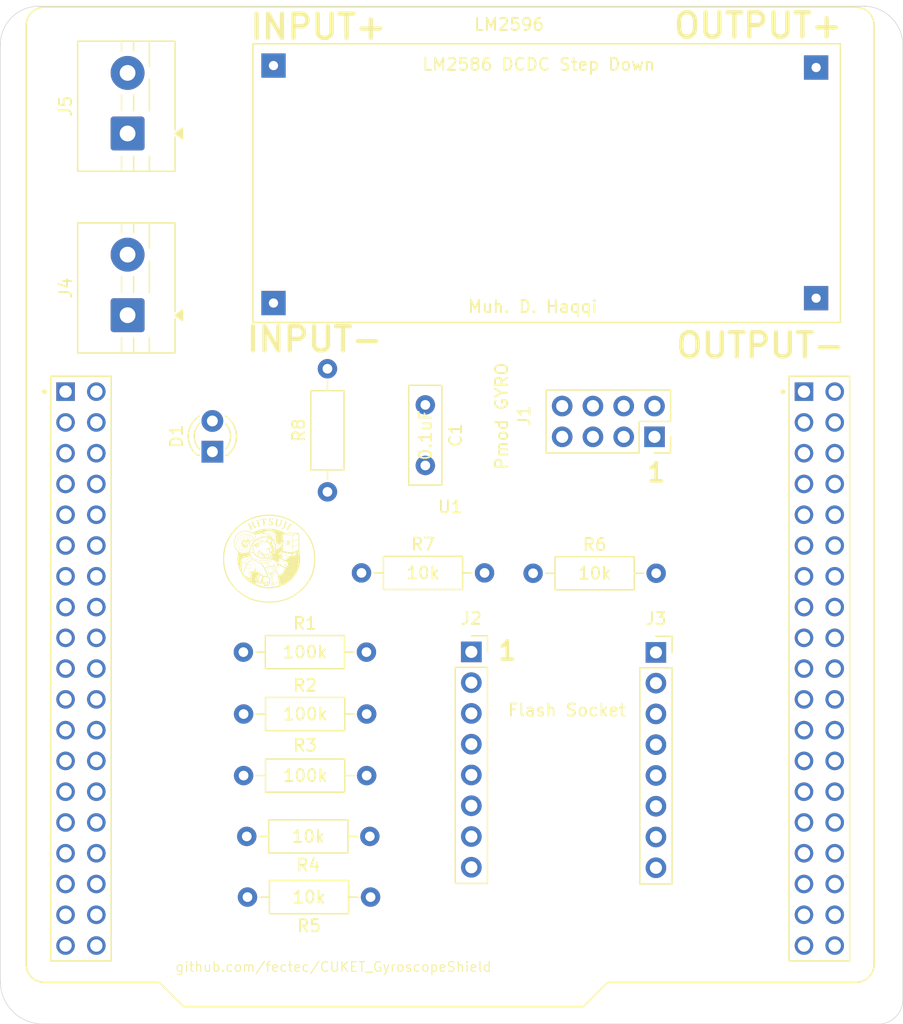
<source format=kicad_pcb>
(kicad_pcb (version 20241229) (generator "pcbnew") (generator_version "9.0")
  (layers (0 "F.Cu" signal) (2 "B.Cu" signal) (13 "F.Paste" user) (15 "B.Paste" user) (5 "F.SilkS" user "F.Silkscreen") (7 "B.SilkS" user "B.Silkscreen") (1 "F.Mask" user) (3 "B.Mask" user) (25 "Edge.Cuts" user))
  (net 0 "")
  (net 1 "NUCLEO_GYRO_I2C1_SDA")
  (net 2 "NUCLEO_E5V")
  (net 7 "NUCLEO_GYRO_I2C1_SCL")
  (net 10 "NUCLEO_FLASH_SPI2_MISO")
  (net 12 "Net-(J2-DQ3{slash}HOLD#)")
  (net 13 "+3V3")
  (net 14 "Net-(J2-RESET#)")
  (net 15 "NUCLEO_FLASH_CS")
  (net 16 "NUCLEO_FLASH_SPI2_MOSI")
  (net 18 "GND")
  (net 20 "NUCLEO_FLASH_SCLK")
  (net 21 "Net-(J3-W#{slash}DQ2)")
  (net 24 "BAT")
  (net 92 "Net-(J4-Pin_2)")
  (net 93 "Net-(D1-A)")
  (net 94 "LED")
  (footprint "FOOTPRINTS:logo" (layer "F.Cu") (at 131.656509 95.078652)
    (property "Reference" "G***" (hide yes))
    (property "Value" "LOGO" (hide yes))
  )
  (footprint "TerminalBlock:TerminalBlock_MaiXu_MX126-5.0-02P_1x02_P5.00mm" (layer "F.Cu") (at 120 75 90)
    (property "Reference" "J4" (at 2.25 -5.12 90) (layer "F.SilkS"))
    (property "Value" "Switch Bat")
    (pad "1" thru_hole roundrect (at 0 0 90) (size 2.8 2.8) (drill 1.3) (layers "*.Cu" "*.Mask") (roundrect_rratio 0.089286) (net 24 "BAT"))
    (pad "2" thru_hole circle (at 5 0 90) (size 2.8 2.8) (drill 1.3) (layers "*.Cu" "*.Mask") (net 92 "Net-(J4-Pin_2)"))
  )
  (footprint "FOOTPRINTS:LM2596 Module" (layer "F.Cu") (at 130.345 52.595)
    (property "Reference" "LM2596" (at 21.155 -1.595 0) (layer "F.SilkS"))
    (property "Value" "~")
    (fp_text user "LM2586 DCDC Step Down" (at 23.6 1.7 0) (layer "F.SilkS"))
    (fp_text user "OUTPUT+" (at 41.7 -1.5 0) (layer "F.SilkS") (effects (font (size 2 2) (thickness 0.35))))
    (fp_text user "OUTPUT-" (at 41.9 24.9 0) (layer "F.SilkS") (effects (font (size 2 2) (thickness 0.35))))
    (fp_text user "Muh. D. Haqqi" (at 23.1 21.7 0) (layer "F.SilkS"))
    (fp_text user "INPUT-" (at 5.1 24.4 0) (layer "F.SilkS") (effects (font (size 2 2) (thickness 0.35))))
    (fp_text user "INPUT+" (at 5.4 -1.4 0) (layer "F.SilkS") (effects (font (size 2 2) (thickness 0.35))))
    (pad "IN+" thru_hole rect (at 1.7 1.8) (size 2 2) (drill 0.762) (layers "*.Cu" "*.Mask") (net 24 "BAT"))
    (pad "IN-" thru_hole rect (at 1.7 21.4) (size 2 2) (drill 0.762) (layers "*.Cu" "*.Mask") (net 18 "GND"))
    (pad "OUT+" thru_hole rect (at 46.5 1.96) (size 2 2) (drill 0.762) (layers "*.Cu" "*.Mask") (net 2 "NUCLEO_E5V"))
    (pad "OUT-" thru_hole rect (at 46.5 21) (size 2 2) (drill 0.762) (layers "*.Cu" "*.Mask") (net 18 "GND"))
  )
  (footprint "GYRO:PinSocket_2x04_P2.54mm_Vertical_Custom" (layer "F.Cu") (at 155.5 82.04 90)
    (property "Reference" "J1" (at -1.27 -2.77 90) (layer "F.SilkS"))
    (property "Value" "Pmod GYRO" (at -1.29 -4.62 90) (layer "F.SilkS"))
    (pad "1" thru_hole rect (at -3 8 90) (size 1.7 1.7) (drill 1) (layers "*.Cu" "*.Mask"))
    (pad "2" thru_hole circle (at -3 5.46 90) (size 1.7 1.7) (drill 1) (layers "*.Cu" "*.Mask"))
    (pad "3" thru_hole circle (at -3 2.92 90) (size 1.7 1.7) (drill 1) (layers "*.Cu" "*.Mask"))
    (pad "4" thru_hole circle (at -3 0.38 90) (size 1.7 1.7) (drill 1) (layers "*.Cu" "*.Mask"))
    (pad "5" thru_hole circle (at -0.46 8 90) (size 1.7 1.7) (drill 1) (layers "*.Cu" "*.Mask") (net 7 "NUCLEO_GYRO_I2C1_SCL"))
    (pad "6" thru_hole circle (at -0.46 5.46 90) (size 1.7 1.7) (drill 1) (layers "*.Cu" "*.Mask") (net 1 "NUCLEO_GYRO_I2C1_SDA"))
    (pad "7" thru_hole circle (at -0.46 2.92 90) (size 1.7 1.7) (drill 1) (layers "*.Cu" "*.Mask") (net 18 "GND"))
    (pad "8" thru_hole circle (at -0.46 0.38 90) (size 1.7 1.7) (drill 1) (layers "*.Cu" "*.Mask") (net 13 "+3V3"))
  )
  (footprint "LED_THT:LED_D3.0mm_IRBlack" (layer "F.Cu") (at 127 86.27 90)
    (property "Reference" "D1" (at 1.27 -2.96 90) (layer "F.SilkS"))
    (property "Value" "SFH4346")
    (pad "1" thru_hole rect (at 0 0 90) (size 1.8 1.8) (drill 0.9) (layers "*.Cu" "*.Mask") (net 18 "GND"))
    (pad "2" thru_hole circle (at 2.54 0 90) (size 1.8 1.8) (drill 0.9) (layers "*.Cu" "*.Mask") (net 93 "Net-(D1-A)"))
  )
  (footprint "Resistor_THT:R_Axial_DIN0207_L6.3mm_D2.5mm_P10.16mm_Horizontal" (layer "F.Cu") (at 136.5 89.58 90)
    (property "Reference" "R8" (at 5.08 -2.37 90) (layer "F.SilkS"))
    (property "Value" "330")
    (pad "1" thru_hole circle (at 0 0 90) (size 1.6 1.6) (drill 0.8) (layers "*.Cu" "*.Mask") (net 94 "LED"))
    (pad "2" thru_hole circle (at 10.16 0 90) (size 1.6 1.6) (drill 0.8) (layers "*.Cu" "*.Mask") (net 93 "Net-(D1-A)"))
  )
  (footprint "TerminalBlock:TerminalBlock_MaiXu_MX126-5.0-02P_1x02_P5.00mm" (layer "F.Cu") (at 120 60 90)
    (property "Reference" "J5" (at 2.25 -5.12 90) (layer "F.SilkS"))
    (property "Value" "Power Terminal - Raw")
    (pad "1" thru_hole roundrect (at 0 0 90) (size 2.8 2.8) (drill 1.3) (layers "*.Cu" "*.Mask") (roundrect_rratio 0.089286) (net 92 "Net-(J4-Pin_2)"))
    (pad "2" thru_hole circle (at 5 0 90) (size 2.8 2.8) (drill 1.3) (layers "*.Cu" "*.Mask") (net 18 "GND"))
  )
  (footprint "GYRO:PinSocket_1x08_P2.54mm_Vertical_Custom" (layer "F.Cu") (at 163.62 102.83)
    (property "Reference" "J3" (at 0 -2.77 0) (layer "F.SilkS"))
    (property "Value" "FLASH Socket 2" (hide yes))
    (pad "9" thru_hole circle (at 0 17.78) (size 1.7 1.7) (drill 1) (layers "*.Cu" "*.Mask") (net 21 "Net-(J3-W#{slash}DQ2)"))
    (pad "10" thru_hole circle (at 0 15.24) (size 1.7 1.7) (drill 1) (layers "*.Cu" "*.Mask") (net 18 "GND"))
    (pad "11" thru_hole circle (at 0 12.7) (size 1.7 1.7) (drill 1) (layers "*.Cu" "*.Mask"))
    (pad "12" thru_hole circle (at 0 10.16) (size 1.7 1.7) (drill 1) (layers "*.Cu" "*.Mask"))
    (pad "13" thru_hole circle (at 0 7.62) (size 1.7 1.7) (drill 1) (layers "*.Cu" "*.Mask"))
    (pad "14" thru_hole circle (at 0 5.08) (size 1.7 1.7) (drill 1) (layers "*.Cu" "*.Mask"))
    (pad "15" thru_hole circle (at 0 2.54) (size 1.7 1.7) (drill 1) (layers "*.Cu" "*.Mask") (net 16 "NUCLEO_FLASH_SPI2_MOSI"))
    (pad "16" thru_hole rect (at 0 0) (size 1.7 1.7) (drill 1) (layers "*.Cu" "*.Mask") (net 20 "NUCLEO_FLASH_SCLK"))
  )
  (footprint "FOOTPRINTS:NUCLEO-F446RE" (layer "F.Cu") (at 146.63 90.82)
    (property "Reference" "U1" (at 0 0 0) (layer "F.SilkS"))
    (property "Value" "NUCLEO64-F446RE")
    (pad "CN7_1" thru_hole rect (at -31.75 -9.51) (size 1.53 1.53) (drill 1.02) (layers "*.Cu" "*.Mask"))
    (pad "CN7_2" thru_hole circle (at -29.21 -9.51) (size 1.53 1.53) (drill 1.02) (layers "*.Cu" "*.Mask"))
    (pad "CN7_3" thru_hole circle (at -31.75 -6.97) (size 1.53 1.53) (drill 1.02) (layers "*.Cu" "*.Mask"))
    (pad "CN7_4" thru_hole circle (at -29.21 -6.97) (size 1.53 1.53) (drill 1.02) (layers "*.Cu" "*.Mask"))
    (pad "CN7_5" thru_hole circle (at -31.75 -4.43) (size 1.53 1.53) (drill 1.02) (layers "*.Cu" "*.Mask"))
    (pad "CN7_6" thru_hole circle (at -29.21 -4.43) (size 1.53 1.53) (drill 1.02) (layers "*.Cu" "*.Mask") (net 2 "NUCLEO_E5V"))
    (pad "CN7_7" thru_hole circle (at -31.75 -1.89) (size 1.53 1.53) (drill 1.02) (layers "*.Cu" "*.Mask"))
    (pad "CN7_8" thru_hole circle (at -29.21 -1.89) (size 1.53 1.53) (drill 1.02) (layers "*.Cu" "*.Mask"))
    (pad "CN7_9" thru_hole circle (at -31.75 0.65) (size 1.53 1.53) (drill 1.02) (layers "*.Cu" "*.Mask"))
    (pad "CN7_10" thru_hole circle (at -29.21 0.65) (size 1.53 1.53) (drill 1.02) (layers "*.Cu" "*.Mask"))
    (pad "CN7_11" thru_hole circle (at -31.75 3.19) (size 1.53 1.53) (drill 1.02) (layers "*.Cu" "*.Mask"))
    (pad "CN7_12" thru_hole circle (at -29.21 3.19) (size 1.53 1.53) (drill 1.02) (layers "*.Cu" "*.Mask"))
    (pad "CN7_13" thru_hole circle (at -31.75 5.73) (size 1.53 1.53) (drill 1.02) (layers "*.Cu" "*.Mask"))
    (pad "CN7_14" thru_hole circle (at -29.21 5.73) (size 1.53 1.53) (drill 1.02) (layers "*.Cu" "*.Mask"))
    (pad "CN7_15" thru_hole circle (at -31.75 8.27) (size 1.53 1.53) (drill 1.02) (layers "*.Cu" "*.Mask"))
    (pad "CN7_16" thru_hole circle (at -29.21 8.27) (size 1.53 1.53) (drill 1.02) (layers "*.Cu" "*.Mask") (net 13 "+3V3"))
    (pad "CN7_17" thru_hole circle (at -31.75 10.81) (size 1.53 1.53) (drill 1.02) (layers "*.Cu" "*.Mask") (net 94 "LED"))
    (pad "CN7_18" thru_hole circle (at -29.21 10.81) (size 1.53 1.53) (drill 1.02) (layers "*.Cu" "*.Mask"))
    (pad "CN7_19" thru_hole circle (at -31.75 13.35) (size 1.53 1.53) (drill 1.02) (layers "*.Cu" "*.Mask"))
    (pad "CN7_20" thru_hole circle (at -29.21 13.35) (size 1.53 1.53) (drill 1.02) (layers "*.Cu" "*.Mask"))
    (pad "CN7_21" thru_hole circle (at -31.75 15.89) (size 1.53 1.53) (drill 1.02) (layers "*.Cu" "*.Mask"))
    (pad "CN7_22" thru_hole circle (at -29.21 15.89) (size 1.53 1.53) (drill 1.02) (layers "*.Cu" "*.Mask"))
    (pad "CN7_23" thru_hole circle (at -31.75 18.43) (size 1.53 1.53) (drill 1.02) (layers "*.Cu" "*.Mask"))
    (pad "CN7_24" thru_hole circle (at -29.21 18.43) (size 1.53 1.53) (drill 1.02) (layers "*.Cu" "*.Mask"))
    (pad "CN7_25" thru_hole circle (at -31.75 20.97) (size 1.53 1.53) (drill 1.02) (layers "*.Cu" "*.Mask"))
    (pad "CN7_26" thru_hole circle (at -29.21 20.97) (size 1.53 1.53) (drill 1.02) (layers "*.Cu" "*.Mask"))
    (pad "CN7_27" thru_hole circle (at -31.75 23.51) (size 1.53 1.53) (drill 1.02) (layers "*.Cu" "*.Mask"))
    (pad "CN7_28" thru_hole circle (at -29.21 23.51) (size 1.53 1.53) (drill 1.02) (layers "*.Cu" "*.Mask"))
    (pad "CN7_29" thru_hole circle (at -31.75 26.05) (size 1.53 1.53) (drill 1.02) (layers "*.Cu" "*.Mask"))
    (pad "CN7_30" thru_hole circle (at -29.21 26.05) (size 1.53 1.53) (drill 1.02) (layers "*.Cu" "*.Mask"))
    (pad "CN7_31" thru_hole circle (at -31.75 28.59) (size 1.53 1.53) (drill 1.02) (layers "*.Cu" "*.Mask"))
    (pad "CN7_32" thru_hole circle (at -29.21 28.59) (size 1.53 1.53) (drill 1.02) (layers "*.Cu" "*.Mask") (net 15 "NUCLEO_FLASH_CS"))
    (pad "CN7_33" thru_hole circle (at -31.75 31.13) (size 1.53 1.53) (drill 1.02) (layers "*.Cu" "*.Mask"))
    (pad "CN7_34" thru_hole circle (at -29.21 31.13) (size 1.53 1.53) (drill 1.02) (layers "*.Cu" "*.Mask"))
    (pad "CN7_35" thru_hole circle (at -31.75 33.67) (size 1.53 1.53) (drill 1.02) (layers "*.Cu" "*.Mask"))
    (pad "CN7_36" thru_hole circle (at -29.21 33.67) (size 1.53 1.53) (drill 1.02) (layers "*.Cu" "*.Mask"))
    (pad "CN7_37" thru_hole circle (at -31.75 36.21) (size 1.53 1.53) (drill 1.02) (layers "*.Cu" "*.Mask"))
    (pad "CN7_38" thru_hole circle (at -29.21 36.21) (size 1.53 1.53) (drill 1.02) (layers "*.Cu" "*.Mask"))
    (pad "CN10_1" thru_hole rect (at 29.21 -9.51) (size 1.53 1.53) (drill 1.02) (layers "*.Cu" "*.Mask"))
    (pad "CN10_2" thru_hole circle (at 31.75 -9.51) (size 1.53 1.53) (drill 1.02) (layers "*.Cu" "*.Mask"))
    (pad "CN10_3" thru_hole circle (at 29.21 -6.97) (size 1.53 1.53) (drill 1.02) (layers "*.Cu" "*.Mask") (net 7 "NUCLEO_GYRO_I2C1_SCL"))
    (pad "CN10_4" thru_hole circle (at 31.75 -6.97) (size 1.53 1.53) (drill 1.02) (layers "*.Cu" "*.Mask"))
    (pad "CN10_5" thru_hole circle (at 29.21 -4.43) (size 1.53 1.53) (drill 1.02) (layers "*.Cu" "*.Mask") (net 1 "NUCLEO_GYRO_I2C1_SDA"))
    (pad "CN10_6" thru_hole circle (at 31.75 -4.43) (size 1.53 1.53) (drill 1.02) (layers "*.Cu" "*.Mask"))
    (pad "CN10_7" thru_hole circle (at 29.21 -1.89) (size 1.53 1.53) (drill 1.02) (layers "*.Cu" "*.Mask"))
    (pad "CN10_8" thru_hole circle (at 31.75 -1.89) (size 1.53 1.53) (drill 1.02) (layers "*.Cu" "*.Mask"))
    (pad "CN10_9" thru_hole circle (at 29.21 0.65) (size 1.53 1.53) (drill 1.02) (layers "*.Cu" "*.Mask"))
    (pad "CN10_10" thru_hole circle (at 31.75 0.65) (size 1.53 1.53) (drill 1.02) (layers "*.Cu" "*.Mask"))
    (pad "CN10_11" thru_hole circle (at 29.21 3.19) (size 1.53 1.53) (drill 1.02) (layers "*.Cu" "*.Mask"))
    (pad "CN10_12" thru_hole circle (at 31.75 3.19) (size 1.53 1.53) (drill 1.02) (layers "*.Cu" "*.Mask"))
    (pad "CN10_13" thru_hole circle (at 29.21 5.73) (size 1.53 1.53) (drill 1.02) (layers "*.Cu" "*.Mask"))
    (pad "CN10_14" thru_hole circle (at 31.75 5.73) (size 1.53 1.53) (drill 1.02) (layers "*.Cu" "*.Mask"))
    (pad "CN10_15" thru_hole circle (at 29.21 8.27) (size 1.53 1.53) (drill 1.02) (layers "*.Cu" "*.Mask"))
    (pad "CN10_16" thru_hole circle (at 31.75 8.27) (size 1.53 1.53) (drill 1.02) (layers "*.Cu" "*.Mask"))
    (pad "CN10_17" thru_hole circle (at 29.21 10.81) (size 1.53 1.53) (drill 1.02) (layers "*.Cu" "*.Mask"))
    (pad "CN10_18" thru_hole circle (at 31.75 10.81) (size 1.53 1.53) (drill 1.02) (layers "*.Cu" "*.Mask"))
    (pad "CN10_19" thru_hole circle (at 29.21 13.35) (size 1.53 1.53) (drill 1.02) (layers "*.Cu" "*.Mask") (net 20 "NUCLEO_FLASH_SCLK"))
    (pad "CN10_20" thru_hole circle (at 31.75 13.35) (size 1.53 1.53) (drill 1.02) (layers "*.Cu" "*.Mask"))
    (pad "CN10_21" thru_hole circle (at 29.21 15.89) (size 1.53 1.53) (drill 1.02) (layers "*.Cu" "*.Mask"))
    (pad "CN10_22" thru_hole circle (at 31.75 15.89) (size 1.53 1.53) (drill 1.02) (layers "*.Cu" "*.Mask"))
    (pad "CN10_23" thru_hole circle (at 29.21 18.43) (size 1.53 1.53) (drill 1.02) (layers "*.Cu" "*.Mask"))
    (pad "CN10_24" thru_hole circle (at 31.75 18.43) (size 1.53 1.53) (drill 1.02) (layers "*.Cu" "*.Mask"))
    (pad "CN10_25" thru_hole circle (at 29.21 20.97) (size 1.53 1.53) (drill 1.02) (layers "*.Cu" "*.Mask"))
    (pad "CN10_26" thru_hole circle (at 31.75 20.97) (size 1.53 1.53) (drill 1.02) (layers "*.Cu" "*.Mask") (net 16 "NUCLEO_FLASH_SPI2_MOSI"))
    (pad "CN10_27" thru_hole circle (at 29.21 23.51) (size 1.53 1.53) (drill 1.02) (layers "*.Cu" "*.Mask"))
    (pad "CN10_28" thru_hole circle (at 31.75 23.51) (size 1.53 1.53) (drill 1.02) (layers "*.Cu" "*.Mask") (net 10 "NUCLEO_FLASH_SPI2_MISO"))
    (pad "CN10_29" thru_hole circle (at 29.21 26.05) (size 1.53 1.53) (drill 1.02) (layers "*.Cu" "*.Mask"))
    (pad "CN10_30" thru_hole circle (at 31.75 26.05) (size 1.53 1.53) (drill 1.02) (layers "*.Cu" "*.Mask"))
    (pad "CN10_31" thru_hole circle (at 29.21 28.59) (size 1.53 1.53) (drill 1.02) (layers "*.Cu" "*.Mask"))
    (pad "CN10_32" thru_hole circle (at 31.75 28.59) (size 1.53 1.53) (drill 1.02) (layers "*.Cu" "*.Mask"))
    (pad "CN10_33" thru_hole circle (at 29.21 31.13) (size 1.53 1.53) (drill 1.02) (layers "*.Cu" "*.Mask"))
    (pad "CN10_34" thru_hole circle (at 31.75 31.13) (size 1.53 1.53) (drill 1.02) (layers "*.Cu" "*.Mask"))
    (pad "CN10_35" thru_hole circle (at 29.21 33.67) (size 1.53 1.53) (drill 1.02) (layers "*.Cu" "*.Mask"))
    (pad "CN10_36" thru_hole circle (at 31.75 33.67) (size 1.53 1.53) (drill 1.02) (layers "*.Cu" "*.Mask"))
    (pad "CN10_37" thru_hole circle (at 29.21 36.21) (size 1.53 1.53) (drill 1.02) (layers "*.Cu" "*.Mask"))
    (pad "CN10_38" thru_hole circle (at 31.75 36.21) (size 1.53 1.53) (drill 1.02) (layers "*.Cu" "*.Mask"))
  )
  (footprint "Resistor_THT:R_Axial_DIN0207_L6.3mm_D2.5mm_P10.16mm_Horizontal" (layer "F.Cu") (at 139.74 113 180)
    (property "Reference" "R3" (at 5.08 2.5 0) (layer "F.SilkS"))
    (property "Value" "100k" (at 5.08 0 0) (layer "F.SilkS"))
    (pad "1" thru_hole circle (at 0 0 180) (size 1.6 1.6) (drill 0.8) (layers "*.Cu" "*.Mask") (net 21 "Net-(J3-W#{slash}DQ2)"))
    (pad "2" thru_hole circle (at 10.16 0 180) (size 1.6 1.6) (drill 0.8) (layers "*.Cu" "*.Mask") (net 13 "+3V3"))
  )
  (footprint "Connector_PinSocket_2.54mm:PinSocket_1x08_P2.54mm_Vertical" (layer "F.Cu") (at 148.38 102.79)
    (property "Reference" "J2" (at 0 -2.77 0) (layer "F.SilkS"))
    (property "Value" "FLASH Socket 1" (hide yes))
    (pad "1" thru_hole rect (at 0 0) (size 1.7 1.7) (drill 1) (layers "*.Cu" "*.Mask") (net 12 "Net-(J2-DQ3{slash}HOLD#)"))
    (pad "2" thru_hole circle (at 0 2.54) (size 1.7 1.7) (drill 1) (layers "*.Cu" "*.Mask") (net 13 "+3V3"))
    (pad "3" thru_hole circle (at 0 5.08) (size 1.7 1.7) (drill 1) (layers "*.Cu" "*.Mask") (net 14 "Net-(J2-RESET#)"))
    (pad "4" thru_hole circle (at 0 7.62) (size 1.7 1.7) (drill 1) (layers "*.Cu" "*.Mask"))
    (pad "5" thru_hole circle (at 0 10.16) (size 1.7 1.7) (drill 1) (layers "*.Cu" "*.Mask"))
    (pad "6" thru_hole circle (at 0 12.7) (size 1.7 1.7) (drill 1) (layers "*.Cu" "*.Mask"))
    (pad "7" thru_hole circle (at 0 15.24) (size 1.7 1.7) (drill 1) (layers "*.Cu" "*.Mask") (net 15 "NUCLEO_FLASH_CS"))
    (pad "8" thru_hole circle (at 0 17.78) (size 1.7 1.7) (drill 1) (layers "*.Cu" "*.Mask") (net 10 "NUCLEO_FLASH_SPI2_MISO"))
  )
  (footprint "Resistor_THT:R_Axial_DIN0207_L6.3mm_D2.5mm_P10.16mm_Horizontal" (layer "F.Cu") (at 153.48 96.3)
    (property "Reference" "R6" (at 5.08 -2.37 0) (layer "F.SilkS"))
    (property "Value" "10k" (at 5.08 0 0) (layer "F.SilkS"))
    (pad "1" thru_hole circle (at 0 0) (size 1.6 1.6) (drill 0.8) (layers "*.Cu" "*.Mask") (net 13 "+3V3"))
    (pad "2" thru_hole circle (at 10.16 0) (size 1.6 1.6) (drill 0.8) (layers "*.Cu" "*.Mask") (net 20 "NUCLEO_FLASH_SCLK"))
  )
  (footprint "Capacitor_THT:C_Disc_D8.0mm_W2.5mm_P5.00mm" (layer "F.Cu") (at 144.58 82.4025 -90)
    (property "Reference" "C1" (at 2.5 -2.5 90) (layer "F.SilkS"))
    (property "Value" "0.1uF" (at 2.5 0 90) (layer "F.SilkS"))
    (pad "1" thru_hole circle (at 0 0 270) (size 1.6 1.6) (drill 0.8) (layers "*.Cu" "*.Mask") (net 13 "+3V3"))
    (pad "2" thru_hole circle (at 5 0 270) (size 1.6 1.6) (drill 0.8) (layers "*.Cu" "*.Mask") (net 18 "GND"))
  )
  (footprint "Resistor_THT:R_Axial_DIN0207_L6.3mm_D2.5mm_P10.16mm_Horizontal" (layer "F.Cu") (at 140.06 123.03 180)
    (property "Reference" "R5" (at 5.08 -2.37 0) (layer "F.SilkS"))
    (property "Value" "10k" (at 5.08 0 0) (layer "F.SilkS"))
    (pad "1" thru_hole circle (at 0 0 180) (size 1.6 1.6) (drill 0.8) (layers "*.Cu" "*.Mask") (net 10 "NUCLEO_FLASH_SPI2_MISO"))
    (pad "2" thru_hole circle (at 10.16 0 180) (size 1.6 1.6) (drill 0.8) (layers "*.Cu" "*.Mask") (net 13 "+3V3"))
  )
  (footprint "Resistor_THT:R_Axial_DIN0207_L6.3mm_D2.5mm_P10.16mm_Horizontal" (layer "F.Cu") (at 139.31 96.27)
    (property "Reference" "R7" (at 5.08 -2.37 0) (layer "F.SilkS"))
    (property "Value" "10k" (at 5.08 0 0) (layer "F.SilkS"))
    (pad "1" thru_hole circle (at 0 0) (size 1.6 1.6) (drill 0.8) (layers "*.Cu" "*.Mask") (net 13 "+3V3"))
    (pad "2" thru_hole circle (at 10.16 0) (size 1.6 1.6) (drill 0.8) (layers "*.Cu" "*.Mask") (net 16 "NUCLEO_FLASH_SPI2_MOSI"))
  )
  (footprint "Resistor_THT:R_Axial_DIN0207_L6.3mm_D2.5mm_P10.16mm_Horizontal" (layer "F.Cu") (at 129.58 107.92)
    (property "Reference" "R2" (at 5.08 -2.37 0) (layer "F.SilkS"))
    (property "Value" "100k" (at 5.08 0 0) (layer "F.SilkS"))
    (pad "1" thru_hole circle (at 0 0) (size 1.6 1.6) (drill 0.8) (layers "*.Cu" "*.Mask") (net 13 "+3V3"))
    (pad "2" thru_hole circle (at 10.16 0) (size 1.6 1.6) (drill 0.8) (layers "*.Cu" "*.Mask") (net 14 "Net-(J2-RESET#)"))
  )
  (footprint "Resistor_THT:R_Axial_DIN0207_L6.3mm_D2.5mm_P10.16mm_Horizontal" (layer "F.Cu") (at 140 118.02 180)
    (property "Reference" "R4" (at 5.08 -2.37 0) (layer "F.SilkS"))
    (property "Value" "10k" (at 5.08 0 0) (layer "F.SilkS"))
    (pad "1" thru_hole circle (at 0 0 180) (size 1.6 1.6) (drill 0.8) (layers "*.Cu" "*.Mask") (net 15 "NUCLEO_FLASH_CS"))
    (pad "2" thru_hole circle (at 10.16 0 180) (size 1.6 1.6) (drill 0.8) (layers "*.Cu" "*.Mask") (net 13 "+3V3"))
  )
  (footprint "Resistor_THT:R_Axial_DIN0207_L6.3mm_D2.5mm_P10.16mm_Horizontal" (layer "F.Cu") (at 129.56 102.81)
    (property "Reference" "R1" (at 5.08 -2.37 0) (layer "F.SilkS"))
    (property "Value" "100k" (at 5.08 0 0) (layer "F.SilkS"))
    (pad "1" thru_hole circle (at 0 0) (size 1.6 1.6) (drill 0.8) (layers "*.Cu" "*.Mask") (net 13 "+3V3"))
    (pad "2" thru_hole circle (at 10.16 0) (size 1.6 1.6) (drill 0.8) (layers "*.Cu" "*.Mask") (net 12 "Net-(J2-DQ3{slash}HOLD#)"))
  )
  (gr_arc (start 184 131.5) (mid 183.41196 132.919653) (end 181.992307 133.507693) (stroke (width 0.05)) (layer "Edge.Cuts"))
  (gr_line (start 112.5 49.5) (end 181 49.5) (stroke (width 0.05)) (layer "Edge.Cuts"))
  (gr_arc (start 113 133.5) (mid 110.525126 132.474874) (end 109.5 130) (stroke (width 0.05)) (layer "Edge.Cuts"))
  (gr_arc (start 180.739941 49.487038) (mid 183.054316 50.445684) (end 184.012962 52.760059) (stroke (width 0.05)) (layer "Edge.Cuts"))
  (gr_line (start 109.5 130.2) (end 109.5 52.5) (stroke (width 0.05)) (layer "Edge.Cuts"))
  (gr_line (start 182 133.5) (end 113 133.5) (stroke (width 0.05)) (layer "Edge.Cuts"))
  (gr_line (start 184 52.5) (end 184 131.5) (stroke (width 0.05)) (layer "Edge.Cuts"))
  (gr_arc (start 109.492627 52.688833) (mid 110.428774 50.428774) (end 112.688833 49.492627) (stroke (width 0.05)) (layer "Edge.Cuts"))
  (gr_text "github.com/fectec/CUKET_GyroscopeShield" (at 123.89 129.26 0) (layer "F.SilkS") (effects (font (size 0.8 0.8) (thickness 0.09)) (justify left bottom)))
  (gr_text "1" (at 150.44 103.58 0) (layer "F.SilkS") (effects (font (size 1.5 1.5) (thickness 0.3) (bold yes)) (justify left bottom)))
  (gr_text "Flash Socket" (at 151.31 108.18 0) (layer "F.SilkS") (effects (font (size 1 1)) (justify left bottom)))
  (gr_text "1" (at 162.73 88.87 0) (layer "F.SilkS") (effects (font (size 1.5 1.5) (thickness 0.3) (bold yes)) (justify left bottom)))
)
</source>
